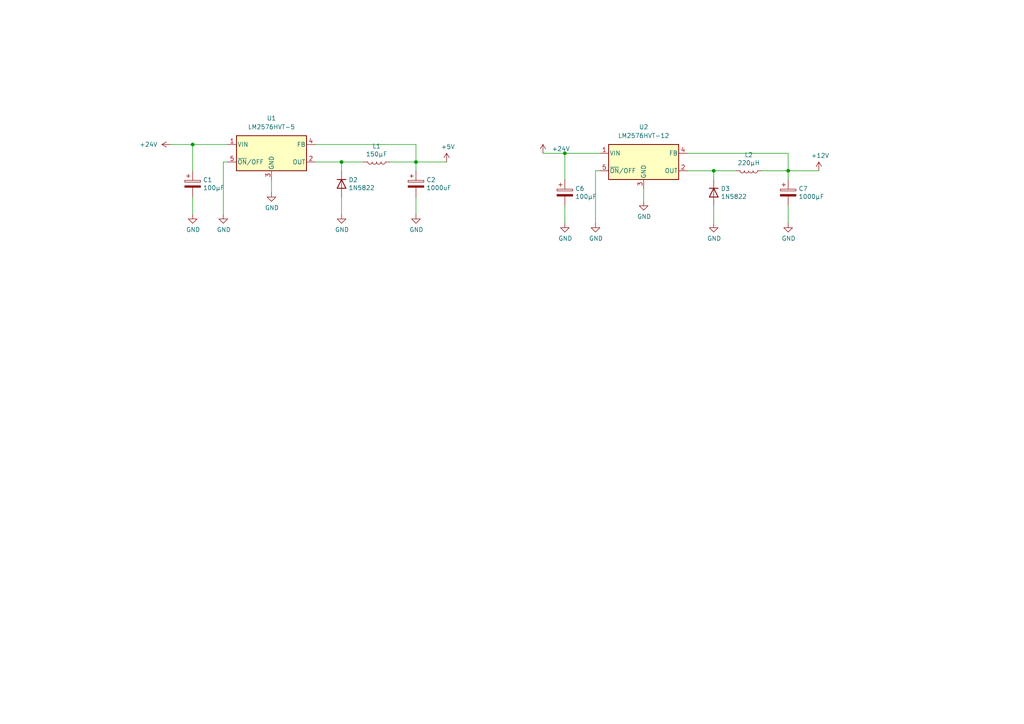
<source format=kicad_sch>
(kicad_sch (version 20211123) (generator eeschema)
  (paper "A4")
  (lib_symbols
    (symbol "Device:CP" (pin_numbers hide) (pin_names (offset 0.254))
      (property "Reference" "C" (at 0.635 2.54 0))
      (property "Value" "Device_CP" (at 0.635 -2.54 0))
      (symbol "CP_0_1"
        (rectangle (start -2.286 0.508) (end 2.286 1.016))
        (polyline (pts (xy -1.778 2.286) (xy -0.762 2.286)))
        (polyline (pts (xy -1.27 2.794) (xy -1.27 1.778)))
        (rectangle (start 2.286 -0.508) (end -2.286 -1.016) (fill (type outline)))
      )
      (symbol "CP_1_1"
        (pin passive line (at 0 3.81 270) (length 2.794) (name "~") (number "1"))
        (pin passive line (at 0 -3.81 90) (length 2.794) (name "~") (number "2"))
      )
    )
    (symbol "Device:D" (pin_numbers hide) (pin_names (offset 1.016) hide)
      (property "Reference" "D" (at 0 2.54 0))
      (property "Value" "D" (at 0 -2.54 0))
      (symbol "D_0_1"
        (polyline (pts (xy -1.27 1.27) (xy -1.27 -1.27)) (stroke (width 0.254)))
        (polyline (pts (xy 1.27 0) (xy -1.27 0)))
        (polyline (pts (xy 1.27 1.27) (xy 1.27 -1.27) (xy -1.27 0) (xy 1.27 1.27)) (stroke (width 0.254)))
      )
      (symbol "D_1_1"
        (pin passive line (at -3.81 0 0) (length 2.54) (name "K") (number "1"))
        (pin passive line (at 3.81 0 180) (length 2.54) (name "A") (number "2"))
      )
    )
    (symbol "Device:L" (pin_numbers hide) (pin_names (offset 1.016) hide)
      (property "Reference" "L" (at -1.27 0 90))
      (property "Value" "L" (at 1.905 0 90))
      (symbol "L_0_1"
        (arc (start 0 -2.54) (mid 0.635 -1.905) (end 0 -1.27))
        (arc (start 0 -1.27) (mid 0.635 -0.635) (end 0 0))
        (arc (start 0 0) (mid 0.635 0.635) (end 0 1.27))
        (arc (start 0 1.27) (mid 0.635 1.905) (end 0 2.54))
      )
      (symbol "L_1_1"
        (pin passive line (at 0 3.81 270) (length 1.27) (name "1") (number "1"))
        (pin passive line (at 0 -3.81 90) (length 1.27) (name "2") (number "2"))
      )
    )
    (symbol "Regulator_Switching:LM2576HVT-12" (pin_names (offset 0.254))
      (property "Reference" "U" (at -10.16 6.35 0))
      (property "Value" "LM2576HVT-12" (at 0 6.35 0))
      (symbol "LM2576HVT-12_0_1"
        (rectangle (start -10.16 5.08) (end 10.16 -5.08) (stroke (width 0.254)) (fill (type background)))
      )
      (symbol "LM2576HVT-12_1_1"
        (pin power_in line (at -12.7 2.54 0) (length 2.54) (name "VIN") (number "1"))
        (pin output line (at 12.7 -2.54 180) (length 2.54) (name "OUT") (number "2"))
        (pin power_in line (at 0 -7.62 90) (length 2.54) (name "GND") (number "3"))
        (pin input line (at 12.7 2.54 180) (length 2.54) (name "FB") (number "4"))
        (pin input line (at -12.7 -2.54 0) (length 2.54) (name "~{ON}/OFF") (number "5"))
      )
    )
    (symbol "Regulator_Switching:LM2576HVT-5" (pin_names (offset 0.254))
      (property "Reference" "U" (at -10.16 6.35 0))
      (property "Value" "LM2576HVT-5" (at 0 6.35 0))
      (symbol "LM2576HVT-5_0_1"
        (rectangle (start -10.16 5.08) (end 10.16 -5.08) (stroke (width 0.254)) (fill (type background)))
      )
      (symbol "LM2576HVT-5_1_1"
        (pin power_in line (at -12.7 2.54 0) (length 2.54) (name "VIN") (number "1"))
        (pin output line (at 12.7 -2.54 180) (length 2.54) (name "OUT") (number "2"))
        (pin power_in line (at 0 -7.62 90) (length 2.54) (name "GND") (number "3"))
        (pin input line (at 12.7 2.54 180) (length 2.54) (name "FB") (number "4"))
        (pin input line (at -12.7 -2.54 0) (length 2.54) (name "~{ON}/OFF") (number "5"))
      )
    )
    (symbol "power:+12V" (power) (pin_names (offset 0))
      (property "Value" "+12V" (at 0 3.556 0))
      (symbol "+12V_0_1"
        (polyline (pts (xy -0.762 1.27) (xy 0 2.54)))
        (polyline (pts (xy 0 0) (xy 0 2.54)))
        (polyline (pts (xy 0 2.54) (xy 0.762 1.27)))
      )
      (symbol "+12V_1_1"
        (pin power_in line (at 0 0 90) (length 0) hide (name "+12V") (number "1"))
      )
    )
    (symbol "power:+24V" (power) (pin_names (offset 0))
      (property "Value" "+24V" (at 0 3.556 0))
      (symbol "+24V_0_1"
        (polyline (pts (xy -0.762 1.27) (xy 0 2.54)))
        (polyline (pts (xy 0 0) (xy 0 2.54)))
        (polyline (pts (xy 0 2.54) (xy 0.762 1.27)))
      )
      (symbol "+24V_1_1"
        (pin power_in line (at 0 0 90) (length 0) hide (name "+24V") (number "1"))
      )
    )
    (symbol "power:+5V" (power) (pin_names (offset 0))
      (property "Value" "+5V" (at 0 3.556 0))
      (symbol "+5V_0_1"
        (polyline (pts (xy -0.762 1.27) (xy 0 2.54)))
        (polyline (pts (xy 0 0) (xy 0 2.54)))
        (polyline (pts (xy 0 2.54) (xy 0.762 1.27)))
      )
      (symbol "+5V_1_1"
        (pin power_in line (at 0 0 90) (length 0) hide (name "+5V") (number "1"))
      )
    )
    (symbol "power:GND" (power) (pin_names (offset 0))
      (property "Value" "GND" (at 0 -3.81 0))
      (symbol "GND_0_1"
        (polyline (pts (xy 0 0) (xy 0 -1.27) (xy 1.27 -1.27) (xy 0 -2.54) (xy -1.27 -1.27) (xy 0 -1.27)))
      )
      (symbol "GND_1_1"
        (pin power_in line (at 0 0 270) (length 0) hide (name "GND") (number "1"))
      )
    )
  )
  (junction (at 120.65 46.99))
  (junction (at 228.6 49.53))
  (junction (at 207.01 49.53))
  (junction (at 55.88 41.91))
  (junction (at 163.83 44.45))
  (junction (at 99.06 46.99))
  (wire (pts (xy 120.65 46.99) (xy 129.54 46.99)))
  (wire (pts (xy 228.6 49.53) (xy 228.6 52.07)))
  (wire (pts (xy 113.03 46.99) (xy 120.65 46.99)))
  (wire (pts (xy 228.6 49.53) (xy 237.49 49.53)))
  (wire (pts (xy 228.6 59.69) (xy 228.6 64.77)))
  (wire (pts (xy 55.88 41.91) (xy 49.53 41.91)))
  (wire (pts (xy 99.06 62.23) (xy 99.06 57.15)))
  (wire (pts (xy 228.6 44.45) (xy 228.6 49.53)))
  (wire (pts (xy 173.99 49.53) (xy 172.72 49.53)))
  (wire (pts (xy 55.88 41.91) (xy 55.88 49.53)))
  (wire (pts (xy 207.01 49.53) (xy 207.01 52.07)))
  (wire (pts (xy 120.65 57.15) (xy 120.65 62.23)))
  (wire (pts (xy 163.83 44.45) (xy 157.48 44.45)))
  (wire (pts (xy 78.74 52.07) (xy 78.74 55.88)))
  (wire (pts (xy 186.69 54.61) (xy 186.69 58.42)))
  (wire (pts (xy 55.88 57.15) (xy 55.88 62.23)))
  (wire (pts (xy 207.01 49.53) (xy 213.36 49.53)))
  (wire (pts (xy 55.88 41.91) (xy 66.04 41.91)))
  (wire (pts (xy 207.01 64.77) (xy 207.01 59.69)))
  (wire (pts (xy 99.06 46.99) (xy 99.06 49.53)))
  (wire (pts (xy 163.83 44.45) (xy 173.99 44.45)))
  (wire (pts (xy 91.44 41.91) (xy 120.65 41.91)))
  (wire (pts (xy 163.83 59.69) (xy 163.83 64.77)))
  (wire (pts (xy 66.04 46.99) (xy 64.77 46.99)))
  (wire (pts (xy 120.65 41.91) (xy 120.65 46.99)))
  (wire (pts (xy 120.65 46.99) (xy 120.65 49.53)))
  (wire (pts (xy 163.83 44.45) (xy 163.83 52.07)))
  (wire (pts (xy 220.98 49.53) (xy 228.6 49.53)))
  (wire (pts (xy 91.44 46.99) (xy 99.06 46.99)))
  (wire (pts (xy 64.77 46.99) (xy 64.77 62.23)))
  (wire (pts (xy 199.39 49.53) (xy 207.01 49.53)))
  (wire (pts (xy 172.72 49.53) (xy 172.72 64.77)))
  (wire (pts (xy 99.06 46.99) (xy 105.41 46.99)))
  (wire (pts (xy 199.39 44.45) (xy 228.6 44.45)))
  (symbol (lib_id "power:+24V") (at 49.53 41.91 90) (unit 1)
    (property "Reference" "#PWR0130" (effects hide))
    (property "Value" "+24V" (at 45.72 41.9099 90) (effects (justify left)))
  )
  (symbol (lib_id "Device:CP") (at 55.88 53.34 0) (unit 1)
    (property "Reference" "C1" (at 58.8772 52.1716 0) (effects (justify left)))
    (property "Value" "100µF" (at 58.8772 54.483 0) (effects (justify left)))
    (property "Footprint" "Capacitor_THT:CP_Radial_D6.3mm_P2.50mm" (effects hide))
  )
  (symbol (lib_id "power:GND") (at 64.77 62.23 0) (unit 1)
    (property "Reference" "#PWR0138" (effects hide))
    (property "Value" "GND" (at 64.897 66.6242 0))
  )
  (symbol (lib_id "power:GND") (at 78.74 55.88 0) (unit 1)
    (property "Reference" "#PWR0137" (effects hide))
    (property "Value" "GND" (at 78.867 60.2742 0))
  )
  (symbol (lib_id "power:GND") (at 207.01 64.77 0) (unit 1)
    (property "Reference" "#PWR0144" (effects hide))
    (property "Value" "GND" (at 207.137 69.1642 0))
  )
  (symbol (lib_id "Device:CP") (at 163.83 55.88 0) (unit 1)
    (property "Reference" "C6" (at 166.8272 54.7116 0) (effects (justify left)))
    (property "Value" "100µF" (at 166.8272 57.023 0) (effects (justify left)))
    (property "Footprint" "Capacitor_THT:CP_Radial_D6.3mm_P2.50mm" (effects hide))
  )
  (symbol (lib_id "power:+12V") (at 237.49 49.53 0) (unit 1)
    (property "Reference" "#PWR0143" (effects hide))
    (property "Value" "+12V" (at 237.871 45.1358 0))
  )
  (symbol (lib_id "power:GND") (at 99.06 62.23 0) (unit 1)
    (property "Reference" "#PWR0139" (effects hide))
    (property "Value" "GND" (at 99.187 66.6242 0))
  )
  (symbol (lib_id "power:+24V") (at 157.48 44.45 0) (unit 1)
    (property "Reference" "#PWR0126" (effects hide))
    (property "Value" "+24V" (at 160.02 43.1799 0) (effects (justify left)))
  )
  (symbol (lib_id "power:GND") (at 120.65 62.23 0) (unit 1)
    (property "Reference" "#PWR0125" (effects hide))
    (property "Value" "GND" (at 120.777 66.6242 0))
  )
  (symbol (lib_id "power:GND") (at 55.88 62.23 0) (unit 1)
    (property "Reference" "#PWR0140" (effects hide))
    (property "Value" "GND" (at 56.007 66.6242 0))
  )
  (symbol (lib_id "Device:CP") (at 120.65 53.34 0) (unit 1)
    (property "Reference" "C2" (at 123.6472 52.1716 0) (effects (justify left)))
    (property "Value" "1000uF" (at 123.6472 54.483 0) (effects (justify left)))
    (property "Footprint" "Capacitor_THT:CP_Radial_D12.5mm_P5.00mm" (effects hide))
  )
  (symbol (lib_id "Regulator_Switching:LM2576HVT-12") (at 186.69 46.99 0) (unit 1)
    (property "Reference" "U2" (at 186.69 36.83 0))
    (property "Value" "LM2576HVT-12" (at 186.69 39.37 0))
    (property "Footprint" "Package_TO_SOT_THT:TO-220-5_Vertical" (effects hide))
    (property "Datasheet" "http://www.ti.com/lit/ds/symlink/lm2576.pdf" (effects hide))
  )
  (symbol (lib_id "Device:L") (at 217.17 49.53 270) (unit 1)
    (property "Reference" "L2" (at 217.17 44.9326 90))
    (property "Value" "220µH" (at 217.17 47.244 90))
    (property "Footprint" "CNC_interface:L_Radial_24.4mm_P23.50mm_Murata_1400series" (effects hide))
  )
  (symbol (lib_id "power:GND") (at 172.72 64.77 0) (unit 1)
    (property "Reference" "#PWR0129" (effects hide))
    (property "Value" "GND" (at 172.847 69.1642 0))
  )
  (symbol (lib_id "Device:D") (at 207.01 55.88 270) (unit 1)
    (property "Reference" "D3" (at 209.042 54.7116 90) (effects (justify left)))
    (property "Value" "1N5822" (at 209.042 57.023 90) (effects (justify left)))
    (property "Footprint" "Diode_THT:D_DO-201AD_P15.24mm_Horizontal" (effects hide))
  )
  (symbol (lib_id "Device:CP") (at 228.6 55.88 0) (unit 1)
    (property "Reference" "C7" (at 231.5972 54.7116 0) (effects (justify left)))
    (property "Value" "1000µF" (at 231.5972 57.023 0) (effects (justify left)))
    (property "Footprint" "Capacitor_THT:CP_Radial_D12.5mm_P5.00mm" (effects hide))
  )
  (symbol (lib_id "Device:L") (at 109.22 46.99 270) (unit 1)
    (property "Reference" "L1" (at 109.22 42.3926 90))
    (property "Value" "150µF" (at 109.22 44.704 90))
    (property "Footprint" "CNC_interface:L_Radial_24.4mm_P23.50mm_Murata_1400series" (effects hide))
  )
  (symbol (lib_id "power:GND") (at 186.69 58.42 0) (unit 1)
    (property "Reference" "#PWR0141" (effects hide))
    (property "Value" "GND" (at 186.817 62.8142 0))
  )
  (symbol (lib_id "power:GND") (at 228.6 64.77 0) (unit 1)
    (property "Reference" "#PWR0142" (effects hide))
    (property "Value" "GND" (at 228.727 69.1642 0))
  )
  (symbol (lib_id "power:GND") (at 163.83 64.77 0) (unit 1)
    (property "Reference" "#PWR0128" (effects hide))
    (property "Value" "GND" (at 163.957 69.1642 0))
  )
  (symbol (lib_id "Regulator_Switching:LM2576HVT-5") (at 78.74 44.45 0) (unit 1)
    (property "Reference" "U1" (at 78.74 34.29 0))
    (property "Value" "LM2576HVT-5" (at 78.74 36.83 0))
    (property "Footprint" "Package_TO_SOT_THT:TO-220-5_Vertical" (effects hide))
    (property "Datasheet" "http://www.ti.com/lit/ds/symlink/lm2576.pdf" (effects hide))
  )
  (symbol (lib_id "Device:D") (at 99.06 53.34 270) (unit 1)
    (property "Reference" "D2" (at 101.092 52.1716 90) (effects (justify left)))
    (property "Value" "1N5822" (at 101.092 54.483 90) (effects (justify left)))
    (property "Footprint" "Diode_THT:D_DO-201AD_P15.24mm_Horizontal" (effects hide))
  )
  (symbol (lib_id "power:+5V") (at 129.54 46.99 0) (unit 1)
    (property "Reference" "#PWR0127" (effects hide))
    (property "Value" "+5V" (at 129.921 42.5958 0))
  )
)
</source>
